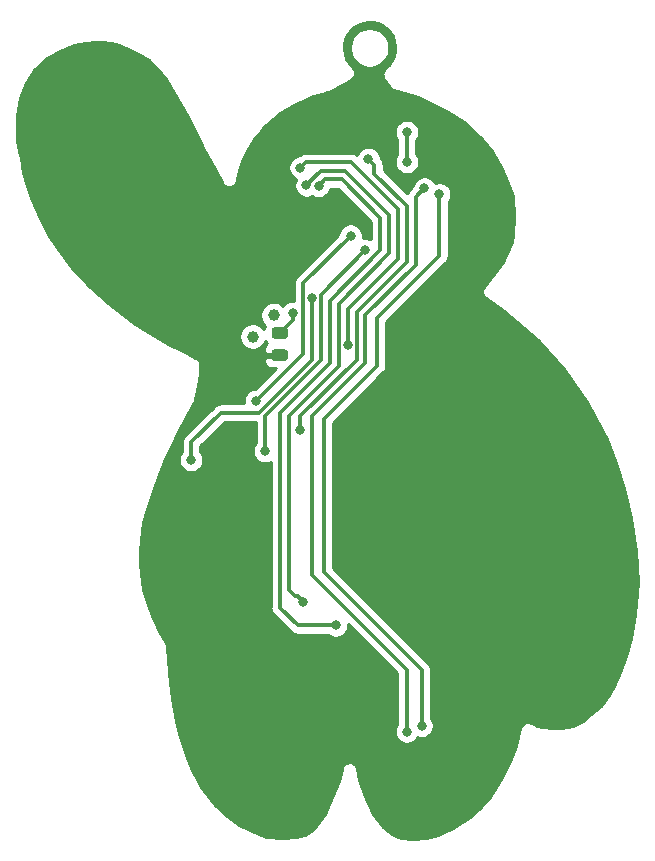
<source format=gbr>
%TF.GenerationSoftware,KiCad,Pcbnew,(5.1.6)-1*%
%TF.CreationDate,2020-12-12T17:11:38+01:00*%
%TF.ProjectId,stm32L412K8T6,73746d33-324c-4343-9132-4b3854362e6b,rev?*%
%TF.SameCoordinates,Original*%
%TF.FileFunction,Copper,L2,Bot*%
%TF.FilePolarity,Positive*%
%FSLAX46Y46*%
G04 Gerber Fmt 4.6, Leading zero omitted, Abs format (unit mm)*
G04 Created by KiCad (PCBNEW (5.1.6)-1) date 2020-12-12 17:11:38*
%MOMM*%
%LPD*%
G01*
G04 APERTURE LIST*
%TA.AperFunction,ComponentPad*%
%ADD10C,1.000000*%
%TD*%
%TA.AperFunction,ViaPad*%
%ADD11C,0.800000*%
%TD*%
%TA.AperFunction,Conductor*%
%ADD12C,0.300000*%
%TD*%
%TA.AperFunction,Conductor*%
%ADD13C,0.254000*%
%TD*%
G04 APERTURE END LIST*
%TO.P,D2,2*%
%TO.N,Net-(D2-Pad2)*%
%TA.AperFunction,SMDPad,CuDef*%
G36*
G01*
X185456250Y-82987500D02*
X184543750Y-82987500D01*
G75*
G02*
X184300000Y-82743750I0J243750D01*
G01*
X184300000Y-82256250D01*
G75*
G02*
X184543750Y-82012500I243750J0D01*
G01*
X185456250Y-82012500D01*
G75*
G02*
X185700000Y-82256250I0J-243750D01*
G01*
X185700000Y-82743750D01*
G75*
G02*
X185456250Y-82987500I-243750J0D01*
G01*
G37*
%TD.AperFunction*%
%TO.P,D2,1*%
%TO.N,GND*%
%TA.AperFunction,SMDPad,CuDef*%
G36*
G01*
X185456250Y-84862500D02*
X184543750Y-84862500D01*
G75*
G02*
X184300000Y-84618750I0J243750D01*
G01*
X184300000Y-84131250D01*
G75*
G02*
X184543750Y-83887500I243750J0D01*
G01*
X185456250Y-83887500D01*
G75*
G02*
X185700000Y-84131250I0J-243750D01*
G01*
X185700000Y-84618750D01*
G75*
G02*
X185456250Y-84862500I-243750J0D01*
G01*
G37*
%TD.AperFunction*%
%TD*%
D10*
%TO.P,Y1,2*%
%TO.N,14_OSC_IN*%
X182703949Y-82796051D03*
%TO.P,Y1,1*%
%TO.N,15_OSC_OUT*%
X184500000Y-81000000D03*
%TD*%
D11*
%TO.N,GND*%
X199000000Y-97000000D03*
X171000000Y-74000000D03*
X171000000Y-77000000D03*
X173000000Y-79000000D03*
X175000000Y-81000000D03*
X177000000Y-83000000D03*
X177000000Y-80000000D03*
X175000000Y-78000000D03*
X173000000Y-76000000D03*
X169000000Y-75000000D03*
X176000000Y-102000000D03*
X179000000Y-102000000D03*
X179000000Y-105000000D03*
X176000000Y-105000000D03*
X182000000Y-105000000D03*
X182000000Y-102000000D03*
X179000000Y-108000000D03*
X182000000Y-108000000D03*
X179000000Y-111000000D03*
X182000000Y-111000000D03*
X179000000Y-114000000D03*
X182000000Y-114000000D03*
X203000000Y-75000000D03*
X203000000Y-72000000D03*
X196000000Y-83000000D03*
X199000000Y-83000000D03*
X201540000Y-97000000D03*
X204080000Y-97000000D03*
X206620000Y-97000000D03*
X199000000Y-99540000D03*
X201540000Y-99540000D03*
X204080000Y-99540000D03*
X206620000Y-99540000D03*
X199000000Y-102080000D03*
X201540000Y-102080000D03*
X204080000Y-102080000D03*
X206620000Y-102080000D03*
X199000000Y-104620000D03*
X201540000Y-104620000D03*
X204080000Y-104620000D03*
X206620000Y-104620000D03*
X199000000Y-107160000D03*
X201540000Y-107160000D03*
X204080000Y-107160000D03*
X206620000Y-107160000D03*
X176500000Y-65250000D03*
%TO.N,BUTTON*%
X195750000Y-68000000D03*
X195750000Y-65500000D03*
%TO.N,Net-(D2-Pad2)*%
X186100000Y-80800000D03*
%TO.N,TX*%
X197250000Y-70250000D03*
X195750000Y-116250000D03*
%TO.N,RX*%
X197000000Y-115750000D03*
X198500000Y-70750000D03*
%TO.N,NRST*%
X187750000Y-79500000D03*
X177500000Y-93250000D03*
%TO.N,SCL*%
X189750000Y-107250000D03*
X188280331Y-70030331D03*
%TO.N,SDA*%
X187000000Y-105250000D03*
X187250000Y-70000000D03*
%TO.N,SWCLK*%
X191000000Y-74250000D03*
X183000000Y-88250000D03*
%TO.N,SWDIO*%
X183750000Y-92500000D03*
X192250000Y-75500000D03*
%TO.N,SWO*%
X192500000Y-67750000D03*
X186750000Y-90750000D03*
%TO.N,LED_GREEN*%
X186750000Y-68500000D03*
X190750000Y-83500000D03*
%TD*%
D12*
%TO.N,BUTTON*%
X195750000Y-68000000D02*
X195750000Y-65500000D01*
%TO.N,Net-(D2-Pad2)*%
X186100000Y-81400000D02*
X185000000Y-82500000D01*
X186100000Y-80800000D02*
X186100000Y-81400000D01*
%TO.N,TX*%
X197250000Y-70250000D02*
X196500000Y-71000000D01*
X196500000Y-71000000D02*
X196500000Y-76750000D01*
X196500000Y-76750000D02*
X192250000Y-81000000D01*
X192250000Y-81000000D02*
X192250000Y-85000000D01*
X192250000Y-85000000D02*
X187750000Y-89500000D01*
X187750000Y-89500000D02*
X187750000Y-103000000D01*
X187750000Y-103000000D02*
X190500001Y-105750001D01*
X190500001Y-105750001D02*
X195750000Y-111000000D01*
X195750000Y-111000000D02*
X195750000Y-116250000D01*
%TO.N,RX*%
X197000000Y-115750000D02*
X197000000Y-111000000D01*
X197000000Y-111000000D02*
X188750000Y-102750000D01*
X188750000Y-102750000D02*
X188750000Y-89750000D01*
X188750000Y-89750000D02*
X193250000Y-85250000D01*
X193250000Y-85250000D02*
X193250000Y-81250000D01*
X193250000Y-81250000D02*
X198500000Y-76000000D01*
X198500000Y-76000000D02*
X198500000Y-70750000D01*
%TO.N,NRST*%
X187750000Y-79500000D02*
X187750000Y-84750000D01*
X187750000Y-84750000D02*
X183250000Y-89250000D01*
X183250000Y-89250000D02*
X180000000Y-89250000D01*
X180000000Y-89250000D02*
X177500000Y-91750000D01*
X177500000Y-91750000D02*
X177500000Y-93250000D01*
%TO.N,SCL*%
X189000000Y-69500000D02*
X190250000Y-69500000D01*
X190250000Y-69500000D02*
X193500000Y-72750000D01*
X193500000Y-72750000D02*
X193500000Y-75500000D01*
X193500000Y-75500000D02*
X189250000Y-79750000D01*
X189250000Y-79750000D02*
X189250000Y-85000000D01*
X189250000Y-85000000D02*
X185000000Y-89250000D01*
X185000000Y-89250000D02*
X185000000Y-105750000D01*
X185000000Y-105750000D02*
X186500000Y-107250000D01*
X186500000Y-107250000D02*
X189750000Y-107250000D01*
X189000000Y-69500000D02*
X188810662Y-69500000D01*
X188810662Y-69500000D02*
X188280331Y-70030331D01*
%TO.N,SDA*%
X187000000Y-105250000D02*
X186500000Y-104750000D01*
X186500000Y-104750000D02*
X186250000Y-104750000D01*
X186250000Y-104750000D02*
X185750000Y-104250000D01*
X185750000Y-104250000D02*
X185750000Y-89500000D01*
X185750000Y-89500000D02*
X190000000Y-85250000D01*
X190000000Y-85250000D02*
X190000000Y-80000000D01*
X190000000Y-80000000D02*
X194250000Y-75750000D01*
X194250000Y-75750000D02*
X194250000Y-72500000D01*
X194250000Y-72500000D02*
X190500000Y-68750000D01*
X190500000Y-68750000D02*
X188500000Y-68750000D01*
X188500000Y-68750000D02*
X187250000Y-70000000D01*
%TO.N,SWCLK*%
X191000000Y-74250000D02*
X187000000Y-78250000D01*
X187000000Y-78250000D02*
X187000000Y-84250000D01*
X187000000Y-84250000D02*
X183000000Y-88250000D01*
%TO.N,SWDIO*%
X183750000Y-92500000D02*
X183750000Y-89500000D01*
X183750000Y-89500000D02*
X188500000Y-84750000D01*
X188500000Y-84750000D02*
X188500000Y-79250000D01*
X188500000Y-79250000D02*
X192250000Y-75500000D01*
%TO.N,SWO*%
X192500000Y-67750000D02*
X193000000Y-68250000D01*
X193000000Y-68250000D02*
X193000000Y-69000000D01*
X193000000Y-69000000D02*
X195500000Y-71500000D01*
X195500000Y-71500000D02*
X195750000Y-71750000D01*
X195750000Y-71750000D02*
X195750000Y-76500000D01*
X195750000Y-76500000D02*
X194750000Y-77500000D01*
X194750000Y-77500000D02*
X191500000Y-80750000D01*
X191500000Y-80750000D02*
X191500000Y-84750000D01*
X191500000Y-84750000D02*
X186750000Y-89500000D01*
X186750000Y-89500000D02*
X186750000Y-90750000D01*
%TO.N,LED_GREEN*%
X186750000Y-68500000D02*
X187250000Y-68000000D01*
X187250000Y-68000000D02*
X191000000Y-68000000D01*
X191000000Y-68000000D02*
X195000000Y-72000000D01*
X195000000Y-72000000D02*
X195000000Y-76250000D01*
X195000000Y-76250000D02*
X190750000Y-80500000D01*
X190750000Y-80500000D02*
X190750000Y-83500000D01*
%TD*%
D13*
%TO.N,GND*%
G36*
X192875409Y-56180136D02*
G01*
X193291626Y-56274955D01*
X193681499Y-56448811D01*
X194030179Y-56695083D01*
X194324382Y-57004389D01*
X194552907Y-57364954D01*
X194707043Y-57763032D01*
X194780924Y-58183472D01*
X194771734Y-58610253D01*
X194679823Y-59027126D01*
X194508694Y-59418198D01*
X194264861Y-59768590D01*
X193935039Y-60086722D01*
X193889429Y-60122820D01*
X193805187Y-60221842D01*
X193741880Y-60335395D01*
X193701943Y-60459118D01*
X193686911Y-60588255D01*
X193697361Y-60717841D01*
X193732890Y-60842900D01*
X193777291Y-60929629D01*
X194215779Y-61611720D01*
X194220266Y-61622074D01*
X194250869Y-61666304D01*
X194262354Y-61684170D01*
X194269319Y-61692970D01*
X194294239Y-61728987D01*
X194309576Y-61743834D01*
X194322821Y-61760569D01*
X194356176Y-61788946D01*
X194387648Y-61819413D01*
X194405588Y-61830984D01*
X194421842Y-61844812D01*
X194460089Y-61866135D01*
X194496903Y-61889879D01*
X194516754Y-61897727D01*
X194535395Y-61908119D01*
X194577080Y-61921575D01*
X194587513Y-61925699D01*
X194607919Y-61931529D01*
X194659118Y-61948056D01*
X194670331Y-61949361D01*
X196664476Y-62519117D01*
X199277186Y-63777089D01*
X200592492Y-64622644D01*
X202116799Y-66051683D01*
X202954298Y-67075293D01*
X203717872Y-68411548D01*
X204191302Y-69358406D01*
X204746246Y-70930748D01*
X204838923Y-72598922D01*
X204742752Y-74233840D01*
X204659613Y-74815810D01*
X203929162Y-76459326D01*
X202286334Y-78585340D01*
X202253502Y-78624283D01*
X202230971Y-78665124D01*
X202206198Y-78704663D01*
X202199629Y-78721939D01*
X202190703Y-78738119D01*
X202176572Y-78782576D01*
X202159991Y-78826183D01*
X202156918Y-78844410D01*
X202151321Y-78862019D01*
X202146136Y-78908367D01*
X202138378Y-78954382D01*
X202138920Y-78972859D01*
X202136866Y-78991221D01*
X202140823Y-79037702D01*
X202142192Y-79084334D01*
X202146327Y-79102345D01*
X202147895Y-79120760D01*
X202160845Y-79165578D01*
X202171284Y-79211046D01*
X202178854Y-79227905D01*
X202183984Y-79245659D01*
X202205428Y-79287086D01*
X202224538Y-79329647D01*
X202235253Y-79344708D01*
X202243747Y-79361117D01*
X202272856Y-79397561D01*
X202299906Y-79435580D01*
X202313352Y-79448260D01*
X202324885Y-79462698D01*
X202360553Y-79492769D01*
X202394493Y-79524774D01*
X202437661Y-79551821D01*
X203996384Y-80623445D01*
X206840144Y-83074963D01*
X209082955Y-85512802D01*
X211035040Y-88343327D01*
X212699269Y-91475997D01*
X213576054Y-93716672D01*
X214261681Y-95969448D01*
X214750089Y-98118442D01*
X215143344Y-100969541D01*
X215337388Y-103589130D01*
X215044992Y-106318159D01*
X214753958Y-108355396D01*
X214371440Y-109598579D01*
X213882557Y-111065230D01*
X213313384Y-112393302D01*
X212849450Y-113135596D01*
X212203684Y-114058120D01*
X211382039Y-114788471D01*
X210631240Y-115351571D01*
X210205784Y-115606845D01*
X209811147Y-115764700D01*
X208934649Y-115940000D01*
X208136553Y-115940000D01*
X207290758Y-115846023D01*
X206806395Y-115765296D01*
X206317547Y-115520872D01*
X206283277Y-115500352D01*
X206229033Y-115480971D01*
X206175166Y-115460358D01*
X206167838Y-115459107D01*
X206160847Y-115456609D01*
X206103856Y-115448182D01*
X206047012Y-115438476D01*
X206039583Y-115438678D01*
X206032237Y-115437592D01*
X205974699Y-115440445D01*
X205917054Y-115442015D01*
X205909806Y-115443663D01*
X205902388Y-115444031D01*
X205846485Y-115458061D01*
X205790281Y-115470841D01*
X205783499Y-115473869D01*
X205776291Y-115475678D01*
X205724198Y-115500346D01*
X205671567Y-115523844D01*
X205665503Y-115528139D01*
X205658790Y-115531318D01*
X205612515Y-115565671D01*
X205565476Y-115598989D01*
X205560368Y-115604383D01*
X205554402Y-115608812D01*
X205515717Y-115651534D01*
X205476082Y-115693387D01*
X205472124Y-115699675D01*
X205467138Y-115705181D01*
X205437518Y-115754651D01*
X205406823Y-115803412D01*
X205404170Y-115810345D01*
X205400351Y-115816723D01*
X205380955Y-115871009D01*
X205360358Y-115924834D01*
X205353633Y-115964221D01*
X204969500Y-117500754D01*
X204495433Y-118733329D01*
X203723703Y-120276790D01*
X202770873Y-121801320D01*
X201934035Y-122731141D01*
X201095772Y-123476264D01*
X199684318Y-124417234D01*
X198382137Y-124975312D01*
X197384802Y-125247313D01*
X196299999Y-125337713D01*
X195233655Y-125248851D01*
X194810318Y-125107739D01*
X194521942Y-124891458D01*
X194521935Y-124891451D01*
X193757675Y-124318257D01*
X192868693Y-123251480D01*
X192315167Y-121959922D01*
X191737986Y-120324575D01*
X191558153Y-119425414D01*
X191557897Y-119416365D01*
X191545429Y-119361792D01*
X191540825Y-119338774D01*
X191538200Y-119330153D01*
X191528940Y-119289623D01*
X191519310Y-119268115D01*
X191512444Y-119245566D01*
X191492803Y-119208913D01*
X191475812Y-119170965D01*
X191462169Y-119151747D01*
X191451038Y-119130974D01*
X191424625Y-119098857D01*
X191400556Y-119064952D01*
X191383430Y-119048768D01*
X191368457Y-119030562D01*
X191336276Y-119004208D01*
X191306064Y-118975658D01*
X191286111Y-118963127D01*
X191267873Y-118948191D01*
X191231178Y-118928627D01*
X191195968Y-118906513D01*
X191173947Y-118898113D01*
X191153151Y-118887025D01*
X191113349Y-118874997D01*
X191074497Y-118860176D01*
X191051260Y-118856233D01*
X191028702Y-118849416D01*
X190987319Y-118845384D01*
X190946320Y-118838427D01*
X190922762Y-118839093D01*
X190899307Y-118836808D01*
X190857925Y-118840927D01*
X190816364Y-118842103D01*
X190793393Y-118847351D01*
X190769938Y-118849686D01*
X190730157Y-118861799D01*
X190689622Y-118871060D01*
X190668112Y-118880691D01*
X190645566Y-118887556D01*
X190608914Y-118907196D01*
X190570965Y-118924188D01*
X190551746Y-118937831D01*
X190530974Y-118948962D01*
X190498862Y-118975372D01*
X190464951Y-118999444D01*
X190448764Y-119016573D01*
X190430562Y-119031543D01*
X190404215Y-119063716D01*
X190375657Y-119093936D01*
X190363123Y-119113893D01*
X190348191Y-119132127D01*
X190328628Y-119168818D01*
X190306513Y-119204032D01*
X190298113Y-119226053D01*
X190287025Y-119246849D01*
X190274998Y-119286648D01*
X190271786Y-119295067D01*
X190265612Y-119317706D01*
X190249416Y-119371298D01*
X190248538Y-119380310D01*
X189972026Y-120394186D01*
X189489360Y-121649120D01*
X188818626Y-123182229D01*
X188103944Y-124254253D01*
X187604569Y-124670400D01*
X187136478Y-124982461D01*
X186400554Y-125146000D01*
X185293146Y-125238284D01*
X183842328Y-125147609D01*
X182666671Y-124695433D01*
X181544017Y-124134107D01*
X180517323Y-123387421D01*
X179490373Y-122453831D01*
X178359072Y-120945430D01*
X177492614Y-119308790D01*
X177017762Y-118264116D01*
X176538998Y-116732071D01*
X176245632Y-115363034D01*
X175854062Y-113503077D01*
X175660214Y-111273827D01*
X175660224Y-111272532D01*
X175657410Y-111241578D01*
X175654710Y-111210528D01*
X175654471Y-111209251D01*
X175459513Y-109064710D01*
X175458857Y-109024296D01*
X175446795Y-108968410D01*
X175436064Y-108912260D01*
X175433097Y-108904942D01*
X175431429Y-108897214D01*
X175408685Y-108844730D01*
X175387216Y-108791778D01*
X175365017Y-108758007D01*
X174888246Y-107899821D01*
X174212315Y-106451399D01*
X173445674Y-104247308D01*
X173160000Y-102057140D01*
X173160000Y-100841087D01*
X173448270Y-98534924D01*
X173927339Y-96906092D01*
X174718559Y-94730236D01*
X175321293Y-93148061D01*
X176465000Y-93148061D01*
X176465000Y-93351939D01*
X176504774Y-93551898D01*
X176582795Y-93740256D01*
X176696063Y-93909774D01*
X176840226Y-94053937D01*
X177009744Y-94167205D01*
X177198102Y-94245226D01*
X177398061Y-94285000D01*
X177601939Y-94285000D01*
X177801898Y-94245226D01*
X177990256Y-94167205D01*
X178159774Y-94053937D01*
X178303937Y-93909774D01*
X178417205Y-93740256D01*
X178495226Y-93551898D01*
X178535000Y-93351939D01*
X178535000Y-93148061D01*
X178495226Y-92948102D01*
X178417205Y-92759744D01*
X178303937Y-92590226D01*
X178285000Y-92571289D01*
X178285000Y-92075157D01*
X180325158Y-90035000D01*
X182965001Y-90035000D01*
X182965000Y-91821289D01*
X182946063Y-91840226D01*
X182832795Y-92009744D01*
X182754774Y-92198102D01*
X182715000Y-92398061D01*
X182715000Y-92601939D01*
X182754774Y-92801898D01*
X182832795Y-92990256D01*
X182946063Y-93159774D01*
X183090226Y-93303937D01*
X183259744Y-93417205D01*
X183448102Y-93495226D01*
X183648061Y-93535000D01*
X183851939Y-93535000D01*
X184051898Y-93495226D01*
X184215000Y-93427666D01*
X184215001Y-105711437D01*
X184211203Y-105750000D01*
X184226359Y-105903886D01*
X184271246Y-106051859D01*
X184284543Y-106076736D01*
X184344139Y-106188233D01*
X184382856Y-106235409D01*
X184417655Y-106277812D01*
X184417656Y-106277813D01*
X184442237Y-106307764D01*
X184472185Y-106332342D01*
X185917658Y-107777816D01*
X185942236Y-107807764D01*
X185972184Y-107832342D01*
X185972187Y-107832345D01*
X185995085Y-107851137D01*
X186061767Y-107905862D01*
X186198140Y-107978754D01*
X186311672Y-108013194D01*
X186346112Y-108023641D01*
X186360490Y-108025057D01*
X186461439Y-108035000D01*
X186461446Y-108035000D01*
X186499999Y-108038797D01*
X186538552Y-108035000D01*
X189071289Y-108035000D01*
X189090226Y-108053937D01*
X189259744Y-108167205D01*
X189448102Y-108245226D01*
X189648061Y-108285000D01*
X189851939Y-108285000D01*
X190051898Y-108245226D01*
X190240256Y-108167205D01*
X190409774Y-108053937D01*
X190553937Y-107909774D01*
X190667205Y-107740256D01*
X190745226Y-107551898D01*
X190785000Y-107351939D01*
X190785000Y-107148061D01*
X190784279Y-107144436D01*
X194965000Y-111325157D01*
X194965001Y-115571288D01*
X194946063Y-115590226D01*
X194832795Y-115759744D01*
X194754774Y-115948102D01*
X194715000Y-116148061D01*
X194715000Y-116351939D01*
X194754774Y-116551898D01*
X194832795Y-116740256D01*
X194946063Y-116909774D01*
X195090226Y-117053937D01*
X195259744Y-117167205D01*
X195448102Y-117245226D01*
X195648061Y-117285000D01*
X195851939Y-117285000D01*
X196051898Y-117245226D01*
X196240256Y-117167205D01*
X196409774Y-117053937D01*
X196553937Y-116909774D01*
X196667205Y-116740256D01*
X196669973Y-116733574D01*
X196698102Y-116745226D01*
X196898061Y-116785000D01*
X197101939Y-116785000D01*
X197301898Y-116745226D01*
X197490256Y-116667205D01*
X197659774Y-116553937D01*
X197803937Y-116409774D01*
X197917205Y-116240256D01*
X197995226Y-116051898D01*
X198035000Y-115851939D01*
X198035000Y-115648061D01*
X197995226Y-115448102D01*
X197917205Y-115259744D01*
X197803937Y-115090226D01*
X197785000Y-115071289D01*
X197785000Y-111038556D01*
X197788797Y-111000000D01*
X197785000Y-110961440D01*
X197785000Y-110961439D01*
X197776333Y-110873440D01*
X197773642Y-110846113D01*
X197728754Y-110698140D01*
X197721325Y-110684241D01*
X197655862Y-110561767D01*
X197606450Y-110501559D01*
X197582345Y-110472187D01*
X197582342Y-110472184D01*
X197557764Y-110442236D01*
X197527816Y-110417658D01*
X189535000Y-102424843D01*
X189535000Y-90075157D01*
X193777817Y-85832341D01*
X193807764Y-85807764D01*
X193832346Y-85777812D01*
X193859684Y-85744500D01*
X193905862Y-85688233D01*
X193978754Y-85551860D01*
X194023641Y-85403887D01*
X194035000Y-85288561D01*
X194035000Y-85288554D01*
X194038797Y-85250001D01*
X194035000Y-85211448D01*
X194035000Y-81575157D01*
X199027817Y-76582341D01*
X199057764Y-76557764D01*
X199085769Y-76523641D01*
X199109088Y-76495226D01*
X199155862Y-76438233D01*
X199228754Y-76301860D01*
X199244486Y-76250000D01*
X199273641Y-76153888D01*
X199282714Y-76061768D01*
X199285000Y-76038561D01*
X199285000Y-76038554D01*
X199288797Y-76000001D01*
X199285000Y-75961448D01*
X199285000Y-71428711D01*
X199303937Y-71409774D01*
X199417205Y-71240256D01*
X199495226Y-71051898D01*
X199535000Y-70851939D01*
X199535000Y-70648061D01*
X199495226Y-70448102D01*
X199417205Y-70259744D01*
X199303937Y-70090226D01*
X199159774Y-69946063D01*
X198990256Y-69832795D01*
X198801898Y-69754774D01*
X198601939Y-69715000D01*
X198398061Y-69715000D01*
X198198102Y-69754774D01*
X198169973Y-69766426D01*
X198167205Y-69759744D01*
X198053937Y-69590226D01*
X197909774Y-69446063D01*
X197740256Y-69332795D01*
X197551898Y-69254774D01*
X197351939Y-69215000D01*
X197148061Y-69215000D01*
X196948102Y-69254774D01*
X196759744Y-69332795D01*
X196590226Y-69446063D01*
X196446063Y-69590226D01*
X196332795Y-69759744D01*
X196254774Y-69948102D01*
X196215000Y-70148061D01*
X196215000Y-70174843D01*
X195972189Y-70417653D01*
X195942236Y-70442236D01*
X195844138Y-70561768D01*
X195784152Y-70673995D01*
X193785000Y-68674843D01*
X193785000Y-68288556D01*
X193788797Y-68250000D01*
X193785000Y-68211440D01*
X193785000Y-68211439D01*
X193780129Y-68161983D01*
X193773642Y-68096113D01*
X193728754Y-67948140D01*
X193705100Y-67903886D01*
X193655862Y-67811767D01*
X193557764Y-67692236D01*
X193535000Y-67673554D01*
X193535000Y-67648061D01*
X193495226Y-67448102D01*
X193417205Y-67259744D01*
X193303937Y-67090226D01*
X193159774Y-66946063D01*
X192990256Y-66832795D01*
X192801898Y-66754774D01*
X192601939Y-66715000D01*
X192398061Y-66715000D01*
X192198102Y-66754774D01*
X192009744Y-66832795D01*
X191840226Y-66946063D01*
X191696063Y-67090226D01*
X191582795Y-67259744D01*
X191520031Y-67411269D01*
X191438233Y-67344138D01*
X191301860Y-67271246D01*
X191153887Y-67226359D01*
X191038561Y-67215000D01*
X191038553Y-67215000D01*
X191000000Y-67211203D01*
X190961447Y-67215000D01*
X187288556Y-67215000D01*
X187250000Y-67211203D01*
X187211444Y-67215000D01*
X187211439Y-67215000D01*
X187171026Y-67218980D01*
X187096113Y-67226358D01*
X186967164Y-67265475D01*
X186948140Y-67271246D01*
X186811767Y-67344138D01*
X186692236Y-67442236D01*
X186673554Y-67465000D01*
X186648061Y-67465000D01*
X186448102Y-67504774D01*
X186259744Y-67582795D01*
X186090226Y-67696063D01*
X185946063Y-67840226D01*
X185832795Y-68009744D01*
X185754774Y-68198102D01*
X185715000Y-68398061D01*
X185715000Y-68601939D01*
X185754774Y-68801898D01*
X185832795Y-68990256D01*
X185946063Y-69159774D01*
X186090226Y-69303937D01*
X186259744Y-69417205D01*
X186365388Y-69460965D01*
X186332795Y-69509744D01*
X186254774Y-69698102D01*
X186215000Y-69898061D01*
X186215000Y-70101939D01*
X186254774Y-70301898D01*
X186332795Y-70490256D01*
X186446063Y-70659774D01*
X186590226Y-70803937D01*
X186759744Y-70917205D01*
X186948102Y-70995226D01*
X187148061Y-71035000D01*
X187351939Y-71035000D01*
X187551898Y-70995226D01*
X187740256Y-70917205D01*
X187742469Y-70915727D01*
X187790075Y-70947536D01*
X187978433Y-71025557D01*
X188178392Y-71065331D01*
X188382270Y-71065331D01*
X188582229Y-71025557D01*
X188770587Y-70947536D01*
X188940105Y-70834268D01*
X189084268Y-70690105D01*
X189197536Y-70520587D01*
X189275557Y-70332229D01*
X189284951Y-70285000D01*
X189924843Y-70285000D01*
X192715000Y-73075158D01*
X192715001Y-74572334D01*
X192551898Y-74504774D01*
X192351939Y-74465000D01*
X192148061Y-74465000D01*
X192006927Y-74493073D01*
X192035000Y-74351939D01*
X192035000Y-74148061D01*
X191995226Y-73948102D01*
X191917205Y-73759744D01*
X191803937Y-73590226D01*
X191659774Y-73446063D01*
X191490256Y-73332795D01*
X191301898Y-73254774D01*
X191101939Y-73215000D01*
X190898061Y-73215000D01*
X190698102Y-73254774D01*
X190509744Y-73332795D01*
X190340226Y-73446063D01*
X190196063Y-73590226D01*
X190082795Y-73759744D01*
X190004774Y-73948102D01*
X189965000Y-74148061D01*
X189965000Y-74174842D01*
X186472190Y-77667653D01*
X186442236Y-77692236D01*
X186344138Y-77811768D01*
X186271246Y-77948141D01*
X186226359Y-78096114D01*
X186215000Y-78211440D01*
X186215000Y-78211447D01*
X186211203Y-78250000D01*
X186215000Y-78288553D01*
X186215000Y-79767598D01*
X186201939Y-79765000D01*
X185998061Y-79765000D01*
X185798102Y-79804774D01*
X185609744Y-79882795D01*
X185440226Y-79996063D01*
X185296063Y-80140226D01*
X185275753Y-80170621D01*
X185223520Y-80118388D01*
X185037624Y-79994176D01*
X184831067Y-79908617D01*
X184611788Y-79865000D01*
X184388212Y-79865000D01*
X184168933Y-79908617D01*
X183962376Y-79994176D01*
X183776480Y-80118388D01*
X183618388Y-80276480D01*
X183494176Y-80462376D01*
X183408617Y-80668933D01*
X183365000Y-80888212D01*
X183365000Y-81111788D01*
X183408617Y-81331067D01*
X183494176Y-81537624D01*
X183618388Y-81723520D01*
X183758524Y-81863656D01*
X183729053Y-81918791D01*
X183678872Y-82084215D01*
X183667888Y-82195741D01*
X183585561Y-82072531D01*
X183427469Y-81914439D01*
X183241573Y-81790227D01*
X183035016Y-81704668D01*
X182815737Y-81661051D01*
X182592161Y-81661051D01*
X182372882Y-81704668D01*
X182166325Y-81790227D01*
X181980429Y-81914439D01*
X181822337Y-82072531D01*
X181698125Y-82258427D01*
X181612566Y-82464984D01*
X181568949Y-82684263D01*
X181568949Y-82907839D01*
X181612566Y-83127118D01*
X181698125Y-83333675D01*
X181822337Y-83519571D01*
X181980429Y-83677663D01*
X182166325Y-83801875D01*
X182372882Y-83887434D01*
X182592161Y-83931051D01*
X182815737Y-83931051D01*
X183035016Y-83887434D01*
X183241573Y-83801875D01*
X183427469Y-83677663D01*
X183585561Y-83519571D01*
X183709773Y-83333675D01*
X183777108Y-83171114D01*
X183810542Y-83233664D01*
X183920208Y-83367292D01*
X183926564Y-83372508D01*
X183848815Y-83436315D01*
X183769463Y-83533006D01*
X183710498Y-83643320D01*
X183674188Y-83763018D01*
X183661928Y-83887500D01*
X183665000Y-84089250D01*
X183823750Y-84248000D01*
X184873000Y-84248000D01*
X184873000Y-84228000D01*
X185127000Y-84228000D01*
X185127000Y-84248000D01*
X185147000Y-84248000D01*
X185147000Y-84502000D01*
X185127000Y-84502000D01*
X185127000Y-84522000D01*
X184873000Y-84522000D01*
X184873000Y-84502000D01*
X183823750Y-84502000D01*
X183665000Y-84660750D01*
X183661928Y-84862500D01*
X183674188Y-84986982D01*
X183710498Y-85106680D01*
X183769463Y-85216994D01*
X183848815Y-85313685D01*
X183945506Y-85393037D01*
X184055820Y-85452002D01*
X184175518Y-85488312D01*
X184300000Y-85500572D01*
X184641805Y-85498037D01*
X182924843Y-87215000D01*
X182898061Y-87215000D01*
X182698102Y-87254774D01*
X182509744Y-87332795D01*
X182340226Y-87446063D01*
X182196063Y-87590226D01*
X182082795Y-87759744D01*
X182004774Y-87948102D01*
X181965000Y-88148061D01*
X181965000Y-88351939D01*
X181987489Y-88465000D01*
X180038556Y-88465000D01*
X180000000Y-88461203D01*
X179961444Y-88465000D01*
X179961439Y-88465000D01*
X179921026Y-88468980D01*
X179846113Y-88476358D01*
X179698140Y-88521246D01*
X179561767Y-88594138D01*
X179534673Y-88616374D01*
X179472187Y-88667655D01*
X179472184Y-88667658D01*
X179442236Y-88692236D01*
X179417658Y-88722184D01*
X176972190Y-91167653D01*
X176942236Y-91192236D01*
X176844138Y-91311768D01*
X176771246Y-91448141D01*
X176726359Y-91596114D01*
X176715000Y-91711440D01*
X176715000Y-91711447D01*
X176711203Y-91750000D01*
X176715000Y-91788553D01*
X176715001Y-92571288D01*
X176696063Y-92590226D01*
X176582795Y-92759744D01*
X176504774Y-92948102D01*
X176465000Y-93148061D01*
X175321293Y-93148061D01*
X175505047Y-92665709D01*
X176485490Y-90704824D01*
X177752869Y-88365049D01*
X177757427Y-88359304D01*
X177783786Y-88307971D01*
X177795773Y-88285841D01*
X177798601Y-88279118D01*
X177816813Y-88243652D01*
X177823752Y-88219340D01*
X177833558Y-88196033D01*
X177841554Y-88156966D01*
X177843554Y-88149960D01*
X177848051Y-88125224D01*
X177859628Y-88068666D01*
X177859669Y-88061329D01*
X178055153Y-86986169D01*
X178055153Y-86986163D01*
X178242577Y-85955336D01*
X178250450Y-85929383D01*
X178254178Y-85891531D01*
X178255153Y-85886169D01*
X178257352Y-85859305D01*
X178260000Y-85832419D01*
X178260000Y-85826956D01*
X178263102Y-85789060D01*
X178260000Y-85762128D01*
X178260000Y-85255932D01*
X178261523Y-85247012D01*
X178260000Y-85191068D01*
X178260000Y-85167581D01*
X178259116Y-85158609D01*
X178257985Y-85117052D01*
X178252760Y-85094075D01*
X178250450Y-85070617D01*
X178238377Y-85030818D01*
X178229159Y-84990279D01*
X178219552Y-84968762D01*
X178212710Y-84946207D01*
X178193108Y-84909533D01*
X178176156Y-84871566D01*
X178162536Y-84852337D01*
X178151425Y-84831550D01*
X178125039Y-84799398D01*
X178101011Y-84765476D01*
X178083904Y-84749276D01*
X178068948Y-84731052D01*
X178036801Y-84704670D01*
X178006613Y-84676082D01*
X177986668Y-84663527D01*
X177968449Y-84648575D01*
X177931775Y-84628973D01*
X177924157Y-84624177D01*
X177903187Y-84613692D01*
X177853792Y-84587290D01*
X177845124Y-84584661D01*
X177124161Y-84224179D01*
X177124157Y-84224176D01*
X175515270Y-83419733D01*
X173844608Y-82436992D01*
X172775730Y-81756797D01*
X170424983Y-79993738D01*
X168866940Y-78533074D01*
X167406270Y-76975026D01*
X166238998Y-75418665D01*
X165467677Y-74261685D01*
X164594811Y-72612939D01*
X163918480Y-71067042D01*
X163245594Y-68952257D01*
X163054720Y-67616139D01*
X163052142Y-67593410D01*
X163050134Y-67584038D01*
X163048781Y-67574569D01*
X163043352Y-67552391D01*
X162760000Y-66230084D01*
X162760000Y-64157788D01*
X163040280Y-62569533D01*
X163494222Y-61298497D01*
X164204852Y-60232553D01*
X165293754Y-59234395D01*
X166386598Y-58596903D01*
X167579062Y-58138263D01*
X168600033Y-57952632D01*
X169341087Y-57860000D01*
X169863448Y-57860000D01*
X170682995Y-57951061D01*
X171396470Y-58129429D01*
X172316046Y-58497260D01*
X173164627Y-58968694D01*
X173886461Y-59419841D01*
X174456233Y-59989614D01*
X174456238Y-59989618D01*
X174912144Y-60445525D01*
X175357257Y-60979661D01*
X177118896Y-64013596D01*
X178400982Y-66577769D01*
X178406075Y-66589660D01*
X178415453Y-66606710D01*
X178424176Y-66624157D01*
X178431084Y-66635131D01*
X179515474Y-68606751D01*
X180089294Y-69754392D01*
X180095505Y-69772783D01*
X180118296Y-69812397D01*
X180124176Y-69824157D01*
X180134472Y-69840513D01*
X180160338Y-69885472D01*
X180169035Y-69895419D01*
X180176081Y-69906613D01*
X180211770Y-69944300D01*
X180245910Y-69983349D01*
X180256385Y-69991412D01*
X180265475Y-70001011D01*
X180307822Y-70031006D01*
X180348932Y-70062650D01*
X180360776Y-70068513D01*
X180371566Y-70076156D01*
X180418948Y-70097311D01*
X180465445Y-70120329D01*
X180478211Y-70123771D01*
X180490280Y-70129159D01*
X180540869Y-70140662D01*
X180590972Y-70154169D01*
X180604162Y-70155054D01*
X180617053Y-70157985D01*
X180668918Y-70159397D01*
X180720689Y-70162870D01*
X180733799Y-70161164D01*
X180747012Y-70161524D01*
X180798170Y-70152789D01*
X180849610Y-70146096D01*
X180862127Y-70141868D01*
X180875166Y-70139642D01*
X180923641Y-70121092D01*
X180972783Y-70104495D01*
X180984240Y-70097904D01*
X180996589Y-70093178D01*
X181040509Y-70065531D01*
X181085472Y-70039662D01*
X181095423Y-70030962D01*
X181106613Y-70023918D01*
X181144286Y-69988242D01*
X181183349Y-69954090D01*
X181191415Y-69943612D01*
X181201011Y-69934524D01*
X181230997Y-69892189D01*
X181262650Y-69851068D01*
X181268515Y-69839221D01*
X181276156Y-69828433D01*
X181297308Y-69781058D01*
X181320329Y-69734555D01*
X181323771Y-69721788D01*
X181329159Y-69709720D01*
X181340661Y-69659135D01*
X181345690Y-69640481D01*
X181347851Y-69627515D01*
X181357985Y-69582947D01*
X181358513Y-69563540D01*
X181442506Y-69059584D01*
X181815177Y-67941571D01*
X182278759Y-66921693D01*
X182835779Y-66086163D01*
X183370969Y-65398061D01*
X194715000Y-65398061D01*
X194715000Y-65601939D01*
X194754774Y-65801898D01*
X194832795Y-65990256D01*
X194946063Y-66159774D01*
X194965001Y-66178712D01*
X194965000Y-67321289D01*
X194946063Y-67340226D01*
X194832795Y-67509744D01*
X194754774Y-67698102D01*
X194715000Y-67898061D01*
X194715000Y-68101939D01*
X194754774Y-68301898D01*
X194832795Y-68490256D01*
X194946063Y-68659774D01*
X195090226Y-68803937D01*
X195259744Y-68917205D01*
X195448102Y-68995226D01*
X195648061Y-69035000D01*
X195851939Y-69035000D01*
X196051898Y-68995226D01*
X196240256Y-68917205D01*
X196409774Y-68803937D01*
X196553937Y-68659774D01*
X196667205Y-68490256D01*
X196745226Y-68301898D01*
X196785000Y-68101939D01*
X196785000Y-67898061D01*
X196745226Y-67698102D01*
X196667205Y-67509744D01*
X196553937Y-67340226D01*
X196535000Y-67321289D01*
X196535000Y-66178711D01*
X196553937Y-66159774D01*
X196667205Y-65990256D01*
X196745226Y-65801898D01*
X196785000Y-65601939D01*
X196785000Y-65398061D01*
X196745226Y-65198102D01*
X196667205Y-65009744D01*
X196553937Y-64840226D01*
X196409774Y-64696063D01*
X196240256Y-64582795D01*
X196051898Y-64504774D01*
X195851939Y-64465000D01*
X195648061Y-64465000D01*
X195448102Y-64504774D01*
X195259744Y-64582795D01*
X195090226Y-64696063D01*
X194946063Y-64840226D01*
X194832795Y-65009744D01*
X194754774Y-65198102D01*
X194715000Y-65398061D01*
X183370969Y-65398061D01*
X183495749Y-65237631D01*
X183856544Y-64876836D01*
X184985341Y-63842106D01*
X186197198Y-63189570D01*
X187822660Y-62424646D01*
X188944598Y-62144162D01*
X188992678Y-62134586D01*
X189037540Y-62115990D01*
X189083277Y-62099649D01*
X189125341Y-62074463D01*
X191046131Y-61047141D01*
X191127130Y-60992990D01*
X191219035Y-60901036D01*
X191291236Y-60792920D01*
X191340957Y-60672794D01*
X191366288Y-60545277D01*
X191366254Y-60415269D01*
X191340858Y-60287765D01*
X191291075Y-60167665D01*
X191218818Y-60059585D01*
X191182021Y-60022807D01*
X190856997Y-59671400D01*
X190633533Y-59307688D01*
X190484968Y-58907492D01*
X190416963Y-58486057D01*
X190427641Y-58185331D01*
X190928090Y-58185331D01*
X190928090Y-58514669D01*
X190992340Y-58837678D01*
X191118372Y-59141947D01*
X191301342Y-59415781D01*
X191534219Y-59648658D01*
X191808053Y-59831628D01*
X192112322Y-59957660D01*
X192435331Y-60021910D01*
X192764669Y-60021910D01*
X193087678Y-59957660D01*
X193391947Y-59831628D01*
X193665781Y-59648658D01*
X193898658Y-59415781D01*
X194081628Y-59141947D01*
X194207660Y-58837678D01*
X194271910Y-58514669D01*
X194271910Y-58185331D01*
X194207660Y-57862322D01*
X194081628Y-57558053D01*
X193898658Y-57284219D01*
X193665781Y-57051342D01*
X193391947Y-56868372D01*
X193087678Y-56742340D01*
X192764669Y-56678090D01*
X192435331Y-56678090D01*
X192112322Y-56742340D01*
X191808053Y-56868372D01*
X191534219Y-57051342D01*
X191301342Y-57284219D01*
X191118372Y-57558053D01*
X190992340Y-57862322D01*
X190928090Y-58185331D01*
X190427641Y-58185331D01*
X190432111Y-58059453D01*
X190529834Y-57643902D01*
X190706406Y-57255257D01*
X190955109Y-56908302D01*
X191266459Y-56616268D01*
X191628610Y-56390265D01*
X192027754Y-56238912D01*
X192448702Y-56167967D01*
X192875409Y-56180136D01*
G37*
X192875409Y-56180136D02*
X193291626Y-56274955D01*
X193681499Y-56448811D01*
X194030179Y-56695083D01*
X194324382Y-57004389D01*
X194552907Y-57364954D01*
X194707043Y-57763032D01*
X194780924Y-58183472D01*
X194771734Y-58610253D01*
X194679823Y-59027126D01*
X194508694Y-59418198D01*
X194264861Y-59768590D01*
X193935039Y-60086722D01*
X193889429Y-60122820D01*
X193805187Y-60221842D01*
X193741880Y-60335395D01*
X193701943Y-60459118D01*
X193686911Y-60588255D01*
X193697361Y-60717841D01*
X193732890Y-60842900D01*
X193777291Y-60929629D01*
X194215779Y-61611720D01*
X194220266Y-61622074D01*
X194250869Y-61666304D01*
X194262354Y-61684170D01*
X194269319Y-61692970D01*
X194294239Y-61728987D01*
X194309576Y-61743834D01*
X194322821Y-61760569D01*
X194356176Y-61788946D01*
X194387648Y-61819413D01*
X194405588Y-61830984D01*
X194421842Y-61844812D01*
X194460089Y-61866135D01*
X194496903Y-61889879D01*
X194516754Y-61897727D01*
X194535395Y-61908119D01*
X194577080Y-61921575D01*
X194587513Y-61925699D01*
X194607919Y-61931529D01*
X194659118Y-61948056D01*
X194670331Y-61949361D01*
X196664476Y-62519117D01*
X199277186Y-63777089D01*
X200592492Y-64622644D01*
X202116799Y-66051683D01*
X202954298Y-67075293D01*
X203717872Y-68411548D01*
X204191302Y-69358406D01*
X204746246Y-70930748D01*
X204838923Y-72598922D01*
X204742752Y-74233840D01*
X204659613Y-74815810D01*
X203929162Y-76459326D01*
X202286334Y-78585340D01*
X202253502Y-78624283D01*
X202230971Y-78665124D01*
X202206198Y-78704663D01*
X202199629Y-78721939D01*
X202190703Y-78738119D01*
X202176572Y-78782576D01*
X202159991Y-78826183D01*
X202156918Y-78844410D01*
X202151321Y-78862019D01*
X202146136Y-78908367D01*
X202138378Y-78954382D01*
X202138920Y-78972859D01*
X202136866Y-78991221D01*
X202140823Y-79037702D01*
X202142192Y-79084334D01*
X202146327Y-79102345D01*
X202147895Y-79120760D01*
X202160845Y-79165578D01*
X202171284Y-79211046D01*
X202178854Y-79227905D01*
X202183984Y-79245659D01*
X202205428Y-79287086D01*
X202224538Y-79329647D01*
X202235253Y-79344708D01*
X202243747Y-79361117D01*
X202272856Y-79397561D01*
X202299906Y-79435580D01*
X202313352Y-79448260D01*
X202324885Y-79462698D01*
X202360553Y-79492769D01*
X202394493Y-79524774D01*
X202437661Y-79551821D01*
X203996384Y-80623445D01*
X206840144Y-83074963D01*
X209082955Y-85512802D01*
X211035040Y-88343327D01*
X212699269Y-91475997D01*
X213576054Y-93716672D01*
X214261681Y-95969448D01*
X214750089Y-98118442D01*
X215143344Y-100969541D01*
X215337388Y-103589130D01*
X215044992Y-106318159D01*
X214753958Y-108355396D01*
X214371440Y-109598579D01*
X213882557Y-111065230D01*
X213313384Y-112393302D01*
X212849450Y-113135596D01*
X212203684Y-114058120D01*
X211382039Y-114788471D01*
X210631240Y-115351571D01*
X210205784Y-115606845D01*
X209811147Y-115764700D01*
X208934649Y-115940000D01*
X208136553Y-115940000D01*
X207290758Y-115846023D01*
X206806395Y-115765296D01*
X206317547Y-115520872D01*
X206283277Y-115500352D01*
X206229033Y-115480971D01*
X206175166Y-115460358D01*
X206167838Y-115459107D01*
X206160847Y-115456609D01*
X206103856Y-115448182D01*
X206047012Y-115438476D01*
X206039583Y-115438678D01*
X206032237Y-115437592D01*
X205974699Y-115440445D01*
X205917054Y-115442015D01*
X205909806Y-115443663D01*
X205902388Y-115444031D01*
X205846485Y-115458061D01*
X205790281Y-115470841D01*
X205783499Y-115473869D01*
X205776291Y-115475678D01*
X205724198Y-115500346D01*
X205671567Y-115523844D01*
X205665503Y-115528139D01*
X205658790Y-115531318D01*
X205612515Y-115565671D01*
X205565476Y-115598989D01*
X205560368Y-115604383D01*
X205554402Y-115608812D01*
X205515717Y-115651534D01*
X205476082Y-115693387D01*
X205472124Y-115699675D01*
X205467138Y-115705181D01*
X205437518Y-115754651D01*
X205406823Y-115803412D01*
X205404170Y-115810345D01*
X205400351Y-115816723D01*
X205380955Y-115871009D01*
X205360358Y-115924834D01*
X205353633Y-115964221D01*
X204969500Y-117500754D01*
X204495433Y-118733329D01*
X203723703Y-120276790D01*
X202770873Y-121801320D01*
X201934035Y-122731141D01*
X201095772Y-123476264D01*
X199684318Y-124417234D01*
X198382137Y-124975312D01*
X197384802Y-125247313D01*
X196299999Y-125337713D01*
X195233655Y-125248851D01*
X194810318Y-125107739D01*
X194521942Y-124891458D01*
X194521935Y-124891451D01*
X193757675Y-124318257D01*
X192868693Y-123251480D01*
X192315167Y-121959922D01*
X191737986Y-120324575D01*
X191558153Y-119425414D01*
X191557897Y-119416365D01*
X191545429Y-119361792D01*
X191540825Y-119338774D01*
X191538200Y-119330153D01*
X191528940Y-119289623D01*
X191519310Y-119268115D01*
X191512444Y-119245566D01*
X191492803Y-119208913D01*
X191475812Y-119170965D01*
X191462169Y-119151747D01*
X191451038Y-119130974D01*
X191424625Y-119098857D01*
X191400556Y-119064952D01*
X191383430Y-119048768D01*
X191368457Y-119030562D01*
X191336276Y-119004208D01*
X191306064Y-118975658D01*
X191286111Y-118963127D01*
X191267873Y-118948191D01*
X191231178Y-118928627D01*
X191195968Y-118906513D01*
X191173947Y-118898113D01*
X191153151Y-118887025D01*
X191113349Y-118874997D01*
X191074497Y-118860176D01*
X191051260Y-118856233D01*
X191028702Y-118849416D01*
X190987319Y-118845384D01*
X190946320Y-118838427D01*
X190922762Y-118839093D01*
X190899307Y-118836808D01*
X190857925Y-118840927D01*
X190816364Y-118842103D01*
X190793393Y-118847351D01*
X190769938Y-118849686D01*
X190730157Y-118861799D01*
X190689622Y-118871060D01*
X190668112Y-118880691D01*
X190645566Y-118887556D01*
X190608914Y-118907196D01*
X190570965Y-118924188D01*
X190551746Y-118937831D01*
X190530974Y-118948962D01*
X190498862Y-118975372D01*
X190464951Y-118999444D01*
X190448764Y-119016573D01*
X190430562Y-119031543D01*
X190404215Y-119063716D01*
X190375657Y-119093936D01*
X190363123Y-119113893D01*
X190348191Y-119132127D01*
X190328628Y-119168818D01*
X190306513Y-119204032D01*
X190298113Y-119226053D01*
X190287025Y-119246849D01*
X190274998Y-119286648D01*
X190271786Y-119295067D01*
X190265612Y-119317706D01*
X190249416Y-119371298D01*
X190248538Y-119380310D01*
X189972026Y-120394186D01*
X189489360Y-121649120D01*
X188818626Y-123182229D01*
X188103944Y-124254253D01*
X187604569Y-124670400D01*
X187136478Y-124982461D01*
X186400554Y-125146000D01*
X185293146Y-125238284D01*
X183842328Y-125147609D01*
X182666671Y-124695433D01*
X181544017Y-124134107D01*
X180517323Y-123387421D01*
X179490373Y-122453831D01*
X178359072Y-120945430D01*
X177492614Y-119308790D01*
X177017762Y-118264116D01*
X176538998Y-116732071D01*
X176245632Y-115363034D01*
X175854062Y-113503077D01*
X175660214Y-111273827D01*
X175660224Y-111272532D01*
X175657410Y-111241578D01*
X175654710Y-111210528D01*
X175654471Y-111209251D01*
X175459513Y-109064710D01*
X175458857Y-109024296D01*
X175446795Y-108968410D01*
X175436064Y-108912260D01*
X175433097Y-108904942D01*
X175431429Y-108897214D01*
X175408685Y-108844730D01*
X175387216Y-108791778D01*
X175365017Y-108758007D01*
X174888246Y-107899821D01*
X174212315Y-106451399D01*
X173445674Y-104247308D01*
X173160000Y-102057140D01*
X173160000Y-100841087D01*
X173448270Y-98534924D01*
X173927339Y-96906092D01*
X174718559Y-94730236D01*
X175321293Y-93148061D01*
X176465000Y-93148061D01*
X176465000Y-93351939D01*
X176504774Y-93551898D01*
X176582795Y-93740256D01*
X176696063Y-93909774D01*
X176840226Y-94053937D01*
X177009744Y-94167205D01*
X177198102Y-94245226D01*
X177398061Y-94285000D01*
X177601939Y-94285000D01*
X177801898Y-94245226D01*
X177990256Y-94167205D01*
X178159774Y-94053937D01*
X178303937Y-93909774D01*
X178417205Y-93740256D01*
X178495226Y-93551898D01*
X178535000Y-93351939D01*
X178535000Y-93148061D01*
X178495226Y-92948102D01*
X178417205Y-92759744D01*
X178303937Y-92590226D01*
X178285000Y-92571289D01*
X178285000Y-92075157D01*
X180325158Y-90035000D01*
X182965001Y-90035000D01*
X182965000Y-91821289D01*
X182946063Y-91840226D01*
X182832795Y-92009744D01*
X182754774Y-92198102D01*
X182715000Y-92398061D01*
X182715000Y-92601939D01*
X182754774Y-92801898D01*
X182832795Y-92990256D01*
X182946063Y-93159774D01*
X183090226Y-93303937D01*
X183259744Y-93417205D01*
X183448102Y-93495226D01*
X183648061Y-93535000D01*
X183851939Y-93535000D01*
X184051898Y-93495226D01*
X184215000Y-93427666D01*
X184215001Y-105711437D01*
X184211203Y-105750000D01*
X184226359Y-105903886D01*
X184271246Y-106051859D01*
X184284543Y-106076736D01*
X184344139Y-106188233D01*
X184382856Y-106235409D01*
X184417655Y-106277812D01*
X184417656Y-106277813D01*
X184442237Y-106307764D01*
X184472185Y-106332342D01*
X185917658Y-107777816D01*
X185942236Y-107807764D01*
X185972184Y-107832342D01*
X185972187Y-107832345D01*
X185995085Y-107851137D01*
X186061767Y-107905862D01*
X186198140Y-107978754D01*
X186311672Y-108013194D01*
X186346112Y-108023641D01*
X186360490Y-108025057D01*
X186461439Y-108035000D01*
X186461446Y-108035000D01*
X186499999Y-108038797D01*
X186538552Y-108035000D01*
X189071289Y-108035000D01*
X189090226Y-108053937D01*
X189259744Y-108167205D01*
X189448102Y-108245226D01*
X189648061Y-108285000D01*
X189851939Y-108285000D01*
X190051898Y-108245226D01*
X190240256Y-108167205D01*
X190409774Y-108053937D01*
X190553937Y-107909774D01*
X190667205Y-107740256D01*
X190745226Y-107551898D01*
X190785000Y-107351939D01*
X190785000Y-107148061D01*
X190784279Y-107144436D01*
X194965000Y-111325157D01*
X194965001Y-115571288D01*
X194946063Y-115590226D01*
X194832795Y-115759744D01*
X194754774Y-115948102D01*
X194715000Y-116148061D01*
X194715000Y-116351939D01*
X194754774Y-116551898D01*
X194832795Y-116740256D01*
X194946063Y-116909774D01*
X195090226Y-117053937D01*
X195259744Y-117167205D01*
X195448102Y-117245226D01*
X195648061Y-117285000D01*
X195851939Y-117285000D01*
X196051898Y-117245226D01*
X196240256Y-117167205D01*
X196409774Y-117053937D01*
X196553937Y-116909774D01*
X196667205Y-116740256D01*
X196669973Y-116733574D01*
X196698102Y-116745226D01*
X196898061Y-116785000D01*
X197101939Y-116785000D01*
X197301898Y-116745226D01*
X197490256Y-116667205D01*
X197659774Y-116553937D01*
X197803937Y-116409774D01*
X197917205Y-116240256D01*
X197995226Y-116051898D01*
X198035000Y-115851939D01*
X198035000Y-115648061D01*
X197995226Y-115448102D01*
X197917205Y-115259744D01*
X197803937Y-115090226D01*
X197785000Y-115071289D01*
X197785000Y-111038556D01*
X197788797Y-111000000D01*
X197785000Y-110961440D01*
X197785000Y-110961439D01*
X197776333Y-110873440D01*
X197773642Y-110846113D01*
X197728754Y-110698140D01*
X197721325Y-110684241D01*
X197655862Y-110561767D01*
X197606450Y-110501559D01*
X197582345Y-110472187D01*
X197582342Y-110472184D01*
X197557764Y-110442236D01*
X197527816Y-110417658D01*
X189535000Y-102424843D01*
X189535000Y-90075157D01*
X193777817Y-85832341D01*
X193807764Y-85807764D01*
X193832346Y-85777812D01*
X193859684Y-85744500D01*
X193905862Y-85688233D01*
X193978754Y-85551860D01*
X194023641Y-85403887D01*
X194035000Y-85288561D01*
X194035000Y-85288554D01*
X194038797Y-85250001D01*
X194035000Y-85211448D01*
X194035000Y-81575157D01*
X199027817Y-76582341D01*
X199057764Y-76557764D01*
X199085769Y-76523641D01*
X199109088Y-76495226D01*
X199155862Y-76438233D01*
X199228754Y-76301860D01*
X199244486Y-76250000D01*
X199273641Y-76153888D01*
X199282714Y-76061768D01*
X199285000Y-76038561D01*
X199285000Y-76038554D01*
X199288797Y-76000001D01*
X199285000Y-75961448D01*
X199285000Y-71428711D01*
X199303937Y-71409774D01*
X199417205Y-71240256D01*
X199495226Y-71051898D01*
X199535000Y-70851939D01*
X199535000Y-70648061D01*
X199495226Y-70448102D01*
X199417205Y-70259744D01*
X199303937Y-70090226D01*
X199159774Y-69946063D01*
X198990256Y-69832795D01*
X198801898Y-69754774D01*
X198601939Y-69715000D01*
X198398061Y-69715000D01*
X198198102Y-69754774D01*
X198169973Y-69766426D01*
X198167205Y-69759744D01*
X198053937Y-69590226D01*
X197909774Y-69446063D01*
X197740256Y-69332795D01*
X197551898Y-69254774D01*
X197351939Y-69215000D01*
X197148061Y-69215000D01*
X196948102Y-69254774D01*
X196759744Y-69332795D01*
X196590226Y-69446063D01*
X196446063Y-69590226D01*
X196332795Y-69759744D01*
X196254774Y-69948102D01*
X196215000Y-70148061D01*
X196215000Y-70174843D01*
X195972189Y-70417653D01*
X195942236Y-70442236D01*
X195844138Y-70561768D01*
X195784152Y-70673995D01*
X193785000Y-68674843D01*
X193785000Y-68288556D01*
X193788797Y-68250000D01*
X193785000Y-68211440D01*
X193785000Y-68211439D01*
X193780129Y-68161983D01*
X193773642Y-68096113D01*
X193728754Y-67948140D01*
X193705100Y-67903886D01*
X193655862Y-67811767D01*
X193557764Y-67692236D01*
X193535000Y-67673554D01*
X193535000Y-67648061D01*
X193495226Y-67448102D01*
X193417205Y-67259744D01*
X193303937Y-67090226D01*
X193159774Y-66946063D01*
X192990256Y-66832795D01*
X192801898Y-66754774D01*
X192601939Y-66715000D01*
X192398061Y-66715000D01*
X192198102Y-66754774D01*
X192009744Y-66832795D01*
X191840226Y-66946063D01*
X191696063Y-67090226D01*
X191582795Y-67259744D01*
X191520031Y-67411269D01*
X191438233Y-67344138D01*
X191301860Y-67271246D01*
X191153887Y-67226359D01*
X191038561Y-67215000D01*
X191038553Y-67215000D01*
X191000000Y-67211203D01*
X190961447Y-67215000D01*
X187288556Y-67215000D01*
X187250000Y-67211203D01*
X187211444Y-67215000D01*
X187211439Y-67215000D01*
X187171026Y-67218980D01*
X187096113Y-67226358D01*
X186967164Y-67265475D01*
X186948140Y-67271246D01*
X186811767Y-67344138D01*
X186692236Y-67442236D01*
X186673554Y-67465000D01*
X186648061Y-67465000D01*
X186448102Y-67504774D01*
X186259744Y-67582795D01*
X186090226Y-67696063D01*
X185946063Y-67840226D01*
X185832795Y-68009744D01*
X185754774Y-68198102D01*
X185715000Y-68398061D01*
X185715000Y-68601939D01*
X185754774Y-68801898D01*
X185832795Y-68990256D01*
X185946063Y-69159774D01*
X186090226Y-69303937D01*
X186259744Y-69417205D01*
X186365388Y-69460965D01*
X186332795Y-69509744D01*
X186254774Y-69698102D01*
X186215000Y-69898061D01*
X186215000Y-70101939D01*
X186254774Y-70301898D01*
X186332795Y-70490256D01*
X186446063Y-70659774D01*
X186590226Y-70803937D01*
X186759744Y-70917205D01*
X186948102Y-70995226D01*
X187148061Y-71035000D01*
X187351939Y-71035000D01*
X187551898Y-70995226D01*
X187740256Y-70917205D01*
X187742469Y-70915727D01*
X187790075Y-70947536D01*
X187978433Y-71025557D01*
X188178392Y-71065331D01*
X188382270Y-71065331D01*
X188582229Y-71025557D01*
X188770587Y-70947536D01*
X188940105Y-70834268D01*
X189084268Y-70690105D01*
X189197536Y-70520587D01*
X189275557Y-70332229D01*
X189284951Y-70285000D01*
X189924843Y-70285000D01*
X192715000Y-73075158D01*
X192715001Y-74572334D01*
X192551898Y-74504774D01*
X192351939Y-74465000D01*
X192148061Y-74465000D01*
X192006927Y-74493073D01*
X192035000Y-74351939D01*
X192035000Y-74148061D01*
X191995226Y-73948102D01*
X191917205Y-73759744D01*
X191803937Y-73590226D01*
X191659774Y-73446063D01*
X191490256Y-73332795D01*
X191301898Y-73254774D01*
X191101939Y-73215000D01*
X190898061Y-73215000D01*
X190698102Y-73254774D01*
X190509744Y-73332795D01*
X190340226Y-73446063D01*
X190196063Y-73590226D01*
X190082795Y-73759744D01*
X190004774Y-73948102D01*
X189965000Y-74148061D01*
X189965000Y-74174842D01*
X186472190Y-77667653D01*
X186442236Y-77692236D01*
X186344138Y-77811768D01*
X186271246Y-77948141D01*
X186226359Y-78096114D01*
X186215000Y-78211440D01*
X186215000Y-78211447D01*
X186211203Y-78250000D01*
X186215000Y-78288553D01*
X186215000Y-79767598D01*
X186201939Y-79765000D01*
X185998061Y-79765000D01*
X185798102Y-79804774D01*
X185609744Y-79882795D01*
X185440226Y-79996063D01*
X185296063Y-80140226D01*
X185275753Y-80170621D01*
X185223520Y-80118388D01*
X185037624Y-79994176D01*
X184831067Y-79908617D01*
X184611788Y-79865000D01*
X184388212Y-79865000D01*
X184168933Y-79908617D01*
X183962376Y-79994176D01*
X183776480Y-80118388D01*
X183618388Y-80276480D01*
X183494176Y-80462376D01*
X183408617Y-80668933D01*
X183365000Y-80888212D01*
X183365000Y-81111788D01*
X183408617Y-81331067D01*
X183494176Y-81537624D01*
X183618388Y-81723520D01*
X183758524Y-81863656D01*
X183729053Y-81918791D01*
X183678872Y-82084215D01*
X183667888Y-82195741D01*
X183585561Y-82072531D01*
X183427469Y-81914439D01*
X183241573Y-81790227D01*
X183035016Y-81704668D01*
X182815737Y-81661051D01*
X182592161Y-81661051D01*
X182372882Y-81704668D01*
X182166325Y-81790227D01*
X181980429Y-81914439D01*
X181822337Y-82072531D01*
X181698125Y-82258427D01*
X181612566Y-82464984D01*
X181568949Y-82684263D01*
X181568949Y-82907839D01*
X181612566Y-83127118D01*
X181698125Y-83333675D01*
X181822337Y-83519571D01*
X181980429Y-83677663D01*
X182166325Y-83801875D01*
X182372882Y-83887434D01*
X182592161Y-83931051D01*
X182815737Y-83931051D01*
X183035016Y-83887434D01*
X183241573Y-83801875D01*
X183427469Y-83677663D01*
X183585561Y-83519571D01*
X183709773Y-83333675D01*
X183777108Y-83171114D01*
X183810542Y-83233664D01*
X183920208Y-83367292D01*
X183926564Y-83372508D01*
X183848815Y-83436315D01*
X183769463Y-83533006D01*
X183710498Y-83643320D01*
X183674188Y-83763018D01*
X183661928Y-83887500D01*
X183665000Y-84089250D01*
X183823750Y-84248000D01*
X184873000Y-84248000D01*
X184873000Y-84228000D01*
X185127000Y-84228000D01*
X185127000Y-84248000D01*
X185147000Y-84248000D01*
X185147000Y-84502000D01*
X185127000Y-84502000D01*
X185127000Y-84522000D01*
X184873000Y-84522000D01*
X184873000Y-84502000D01*
X183823750Y-84502000D01*
X183665000Y-84660750D01*
X183661928Y-84862500D01*
X183674188Y-84986982D01*
X183710498Y-85106680D01*
X183769463Y-85216994D01*
X183848815Y-85313685D01*
X183945506Y-85393037D01*
X184055820Y-85452002D01*
X184175518Y-85488312D01*
X184300000Y-85500572D01*
X184641805Y-85498037D01*
X182924843Y-87215000D01*
X182898061Y-87215000D01*
X182698102Y-87254774D01*
X182509744Y-87332795D01*
X182340226Y-87446063D01*
X182196063Y-87590226D01*
X182082795Y-87759744D01*
X182004774Y-87948102D01*
X181965000Y-88148061D01*
X181965000Y-88351939D01*
X181987489Y-88465000D01*
X180038556Y-88465000D01*
X180000000Y-88461203D01*
X179961444Y-88465000D01*
X179961439Y-88465000D01*
X179921026Y-88468980D01*
X179846113Y-88476358D01*
X179698140Y-88521246D01*
X179561767Y-88594138D01*
X179534673Y-88616374D01*
X179472187Y-88667655D01*
X179472184Y-88667658D01*
X179442236Y-88692236D01*
X179417658Y-88722184D01*
X176972190Y-91167653D01*
X176942236Y-91192236D01*
X176844138Y-91311768D01*
X176771246Y-91448141D01*
X176726359Y-91596114D01*
X176715000Y-91711440D01*
X176715000Y-91711447D01*
X176711203Y-91750000D01*
X176715000Y-91788553D01*
X176715001Y-92571288D01*
X176696063Y-92590226D01*
X176582795Y-92759744D01*
X176504774Y-92948102D01*
X176465000Y-93148061D01*
X175321293Y-93148061D01*
X175505047Y-92665709D01*
X176485490Y-90704824D01*
X177752869Y-88365049D01*
X177757427Y-88359304D01*
X177783786Y-88307971D01*
X177795773Y-88285841D01*
X177798601Y-88279118D01*
X177816813Y-88243652D01*
X177823752Y-88219340D01*
X177833558Y-88196033D01*
X177841554Y-88156966D01*
X177843554Y-88149960D01*
X177848051Y-88125224D01*
X177859628Y-88068666D01*
X177859669Y-88061329D01*
X178055153Y-86986169D01*
X178055153Y-86986163D01*
X178242577Y-85955336D01*
X178250450Y-85929383D01*
X178254178Y-85891531D01*
X178255153Y-85886169D01*
X178257352Y-85859305D01*
X178260000Y-85832419D01*
X178260000Y-85826956D01*
X178263102Y-85789060D01*
X178260000Y-85762128D01*
X178260000Y-85255932D01*
X178261523Y-85247012D01*
X178260000Y-85191068D01*
X178260000Y-85167581D01*
X178259116Y-85158609D01*
X178257985Y-85117052D01*
X178252760Y-85094075D01*
X178250450Y-85070617D01*
X178238377Y-85030818D01*
X178229159Y-84990279D01*
X178219552Y-84968762D01*
X178212710Y-84946207D01*
X178193108Y-84909533D01*
X178176156Y-84871566D01*
X178162536Y-84852337D01*
X178151425Y-84831550D01*
X178125039Y-84799398D01*
X178101011Y-84765476D01*
X178083904Y-84749276D01*
X178068948Y-84731052D01*
X178036801Y-84704670D01*
X178006613Y-84676082D01*
X177986668Y-84663527D01*
X177968449Y-84648575D01*
X177931775Y-84628973D01*
X177924157Y-84624177D01*
X177903187Y-84613692D01*
X177853792Y-84587290D01*
X177845124Y-84584661D01*
X177124161Y-84224179D01*
X177124157Y-84224176D01*
X175515270Y-83419733D01*
X173844608Y-82436992D01*
X172775730Y-81756797D01*
X170424983Y-79993738D01*
X168866940Y-78533074D01*
X167406270Y-76975026D01*
X166238998Y-75418665D01*
X165467677Y-74261685D01*
X164594811Y-72612939D01*
X163918480Y-71067042D01*
X163245594Y-68952257D01*
X163054720Y-67616139D01*
X163052142Y-67593410D01*
X163050134Y-67584038D01*
X163048781Y-67574569D01*
X163043352Y-67552391D01*
X162760000Y-66230084D01*
X162760000Y-64157788D01*
X163040280Y-62569533D01*
X163494222Y-61298497D01*
X164204852Y-60232553D01*
X165293754Y-59234395D01*
X166386598Y-58596903D01*
X167579062Y-58138263D01*
X168600033Y-57952632D01*
X169341087Y-57860000D01*
X169863448Y-57860000D01*
X170682995Y-57951061D01*
X171396470Y-58129429D01*
X172316046Y-58497260D01*
X173164627Y-58968694D01*
X173886461Y-59419841D01*
X174456233Y-59989614D01*
X174456238Y-59989618D01*
X174912144Y-60445525D01*
X175357257Y-60979661D01*
X177118896Y-64013596D01*
X178400982Y-66577769D01*
X178406075Y-66589660D01*
X178415453Y-66606710D01*
X178424176Y-66624157D01*
X178431084Y-66635131D01*
X179515474Y-68606751D01*
X180089294Y-69754392D01*
X180095505Y-69772783D01*
X180118296Y-69812397D01*
X180124176Y-69824157D01*
X180134472Y-69840513D01*
X180160338Y-69885472D01*
X180169035Y-69895419D01*
X180176081Y-69906613D01*
X180211770Y-69944300D01*
X180245910Y-69983349D01*
X180256385Y-69991412D01*
X180265475Y-70001011D01*
X180307822Y-70031006D01*
X180348932Y-70062650D01*
X180360776Y-70068513D01*
X180371566Y-70076156D01*
X180418948Y-70097311D01*
X180465445Y-70120329D01*
X180478211Y-70123771D01*
X180490280Y-70129159D01*
X180540869Y-70140662D01*
X180590972Y-70154169D01*
X180604162Y-70155054D01*
X180617053Y-70157985D01*
X180668918Y-70159397D01*
X180720689Y-70162870D01*
X180733799Y-70161164D01*
X180747012Y-70161524D01*
X180798170Y-70152789D01*
X180849610Y-70146096D01*
X180862127Y-70141868D01*
X180875166Y-70139642D01*
X180923641Y-70121092D01*
X180972783Y-70104495D01*
X180984240Y-70097904D01*
X180996589Y-70093178D01*
X181040509Y-70065531D01*
X181085472Y-70039662D01*
X181095423Y-70030962D01*
X181106613Y-70023918D01*
X181144286Y-69988242D01*
X181183349Y-69954090D01*
X181191415Y-69943612D01*
X181201011Y-69934524D01*
X181230997Y-69892189D01*
X181262650Y-69851068D01*
X181268515Y-69839221D01*
X181276156Y-69828433D01*
X181297308Y-69781058D01*
X181320329Y-69734555D01*
X181323771Y-69721788D01*
X181329159Y-69709720D01*
X181340661Y-69659135D01*
X181345690Y-69640481D01*
X181347851Y-69627515D01*
X181357985Y-69582947D01*
X181358513Y-69563540D01*
X181442506Y-69059584D01*
X181815177Y-67941571D01*
X182278759Y-66921693D01*
X182835779Y-66086163D01*
X183370969Y-65398061D01*
X194715000Y-65398061D01*
X194715000Y-65601939D01*
X194754774Y-65801898D01*
X194832795Y-65990256D01*
X194946063Y-66159774D01*
X194965001Y-66178712D01*
X194965000Y-67321289D01*
X194946063Y-67340226D01*
X194832795Y-67509744D01*
X194754774Y-67698102D01*
X194715000Y-67898061D01*
X194715000Y-68101939D01*
X194754774Y-68301898D01*
X194832795Y-68490256D01*
X194946063Y-68659774D01*
X195090226Y-68803937D01*
X195259744Y-68917205D01*
X195448102Y-68995226D01*
X195648061Y-69035000D01*
X195851939Y-69035000D01*
X196051898Y-68995226D01*
X196240256Y-68917205D01*
X196409774Y-68803937D01*
X196553937Y-68659774D01*
X196667205Y-68490256D01*
X196745226Y-68301898D01*
X196785000Y-68101939D01*
X196785000Y-67898061D01*
X196745226Y-67698102D01*
X196667205Y-67509744D01*
X196553937Y-67340226D01*
X196535000Y-67321289D01*
X196535000Y-66178711D01*
X196553937Y-66159774D01*
X196667205Y-65990256D01*
X196745226Y-65801898D01*
X196785000Y-65601939D01*
X196785000Y-65398061D01*
X196745226Y-65198102D01*
X196667205Y-65009744D01*
X196553937Y-64840226D01*
X196409774Y-64696063D01*
X196240256Y-64582795D01*
X196051898Y-64504774D01*
X195851939Y-64465000D01*
X195648061Y-64465000D01*
X195448102Y-64504774D01*
X195259744Y-64582795D01*
X195090226Y-64696063D01*
X194946063Y-64840226D01*
X194832795Y-65009744D01*
X194754774Y-65198102D01*
X194715000Y-65398061D01*
X183370969Y-65398061D01*
X183495749Y-65237631D01*
X183856544Y-64876836D01*
X184985341Y-63842106D01*
X186197198Y-63189570D01*
X187822660Y-62424646D01*
X188944598Y-62144162D01*
X188992678Y-62134586D01*
X189037540Y-62115990D01*
X189083277Y-62099649D01*
X189125341Y-62074463D01*
X191046131Y-61047141D01*
X191127130Y-60992990D01*
X191219035Y-60901036D01*
X191291236Y-60792920D01*
X191340957Y-60672794D01*
X191366288Y-60545277D01*
X191366254Y-60415269D01*
X191340858Y-60287765D01*
X191291075Y-60167665D01*
X191218818Y-60059585D01*
X191182021Y-60022807D01*
X190856997Y-59671400D01*
X190633533Y-59307688D01*
X190484968Y-58907492D01*
X190416963Y-58486057D01*
X190427641Y-58185331D01*
X190928090Y-58185331D01*
X190928090Y-58514669D01*
X190992340Y-58837678D01*
X191118372Y-59141947D01*
X191301342Y-59415781D01*
X191534219Y-59648658D01*
X191808053Y-59831628D01*
X192112322Y-59957660D01*
X192435331Y-60021910D01*
X192764669Y-60021910D01*
X193087678Y-59957660D01*
X193391947Y-59831628D01*
X193665781Y-59648658D01*
X193898658Y-59415781D01*
X194081628Y-59141947D01*
X194207660Y-58837678D01*
X194271910Y-58514669D01*
X194271910Y-58185331D01*
X194207660Y-57862322D01*
X194081628Y-57558053D01*
X193898658Y-57284219D01*
X193665781Y-57051342D01*
X193391947Y-56868372D01*
X193087678Y-56742340D01*
X192764669Y-56678090D01*
X192435331Y-56678090D01*
X192112322Y-56742340D01*
X191808053Y-56868372D01*
X191534219Y-57051342D01*
X191301342Y-57284219D01*
X191118372Y-57558053D01*
X190992340Y-57862322D01*
X190928090Y-58185331D01*
X190427641Y-58185331D01*
X190432111Y-58059453D01*
X190529834Y-57643902D01*
X190706406Y-57255257D01*
X190955109Y-56908302D01*
X191266459Y-56616268D01*
X191628610Y-56390265D01*
X192027754Y-56238912D01*
X192448702Y-56167967D01*
X192875409Y-56180136D01*
%TD*%
M02*

</source>
